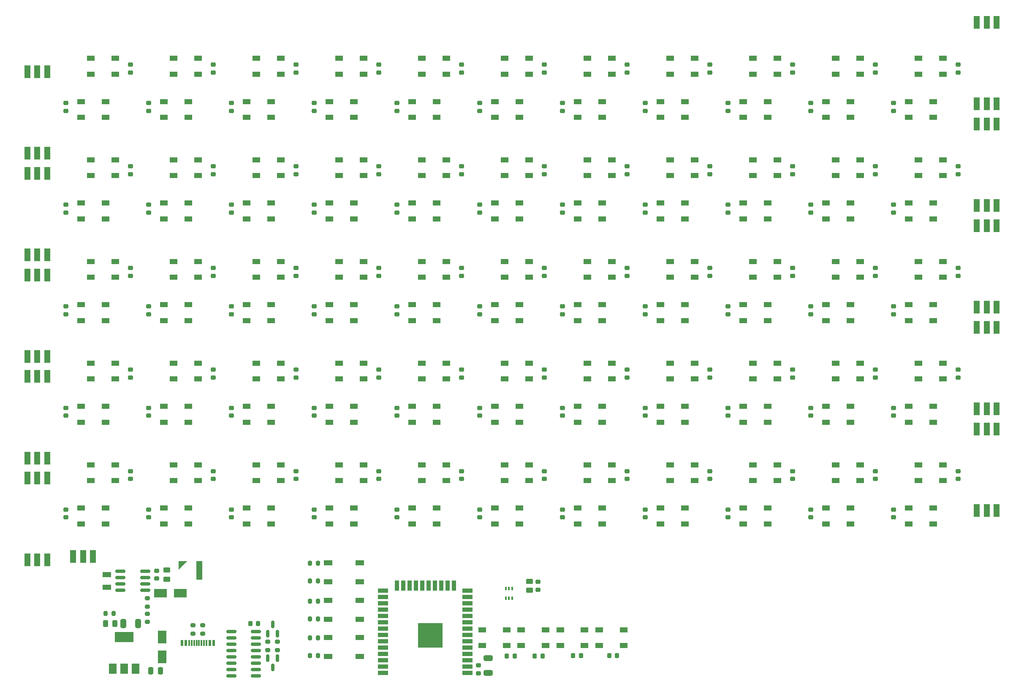
<source format=gtp>
G04 #@! TF.GenerationSoftware,KiCad,Pcbnew,(6.0.2)*
G04 #@! TF.CreationDate,2022-08-31T10:54:29+12:00*
G04 #@! TF.ProjectId,Wordclock,576f7264-636c-46f6-936b-2e6b69636164,2.1*
G04 #@! TF.SameCoordinates,Original*
G04 #@! TF.FileFunction,Paste,Top*
G04 #@! TF.FilePolarity,Positive*
%FSLAX46Y46*%
G04 Gerber Fmt 4.6, Leading zero omitted, Abs format (unit mm)*
G04 Created by KiCad (PCBNEW (6.0.2)) date 2022-08-31 10:54:29*
%MOMM*%
%LPD*%
G01*
G04 APERTURE LIST*
G04 Aperture macros list*
%AMRoundRect*
0 Rectangle with rounded corners*
0 $1 Rounding radius*
0 $2 $3 $4 $5 $6 $7 $8 $9 X,Y pos of 4 corners*
0 Add a 4 corners polygon primitive as box body*
4,1,4,$2,$3,$4,$5,$6,$7,$8,$9,$2,$3,0*
0 Add four circle primitives for the rounded corners*
1,1,$1+$1,$2,$3*
1,1,$1+$1,$4,$5*
1,1,$1+$1,$6,$7*
1,1,$1+$1,$8,$9*
0 Add four rect primitives between the rounded corners*
20,1,$1+$1,$2,$3,$4,$5,0*
20,1,$1+$1,$4,$5,$6,$7,0*
20,1,$1+$1,$6,$7,$8,$9,0*
20,1,$1+$1,$8,$9,$2,$3,0*%
%AMOutline4P*
0 Free polygon, 4 corners , with rotation*
0 The origin of the aperture is its center*
0 number of corners: always 4*
0 $1 to $8 corner X, Y*
0 $9 Rotation angle, in degrees counterclockwise*
0 create outline with 4 corners*
4,1,4,$1,$2,$3,$4,$5,$6,$7,$8,$1,$2,$9*%
G04 Aperture macros list end*
%ADD10RoundRect,0.225000X-0.250000X0.225000X-0.250000X-0.225000X0.250000X-0.225000X0.250000X0.225000X0*%
%ADD11R,1.500000X1.000000*%
%ADD12RoundRect,0.225000X0.250000X-0.225000X0.250000X0.225000X-0.250000X0.225000X-0.250000X-0.225000X0*%
%ADD13RoundRect,0.200000X0.200000X0.275000X-0.200000X0.275000X-0.200000X-0.275000X0.200000X-0.275000X0*%
%ADD14RoundRect,0.200000X-0.275000X0.200000X-0.275000X-0.200000X0.275000X-0.200000X0.275000X0.200000X0*%
%ADD15R,1.800000X1.000000*%
%ADD16R,1.200000X2.500000*%
%ADD17RoundRect,0.150000X-0.825000X-0.150000X0.825000X-0.150000X0.825000X0.150000X-0.825000X0.150000X0*%
%ADD18RoundRect,0.250000X0.450000X-0.262500X0.450000X0.262500X-0.450000X0.262500X-0.450000X-0.262500X0*%
%ADD19RoundRect,0.200000X-0.200000X-0.275000X0.200000X-0.275000X0.200000X0.275000X-0.200000X0.275000X0*%
%ADD20R,1.700000X1.000000*%
%ADD21RoundRect,0.225000X0.225000X0.250000X-0.225000X0.250000X-0.225000X-0.250000X0.225000X-0.250000X0*%
%ADD22RoundRect,0.200000X0.275000X-0.200000X0.275000X0.200000X-0.275000X0.200000X-0.275000X-0.200000X0*%
%ADD23RoundRect,0.243750X-0.243750X-0.456250X0.243750X-0.456250X0.243750X0.456250X-0.243750X0.456250X0*%
%ADD24R,0.400000X0.650000*%
%ADD25R,2.000000X0.900000*%
%ADD26R,0.900000X2.000000*%
%ADD27R,5.000000X5.000000*%
%ADD28R,0.600000X1.160000*%
%ADD29R,0.300000X1.160000*%
%ADD30RoundRect,0.250000X-0.325000X-0.650000X0.325000X-0.650000X0.325000X0.650000X-0.325000X0.650000X0*%
%ADD31RoundRect,0.150000X0.150000X-0.587500X0.150000X0.587500X-0.150000X0.587500X-0.150000X-0.587500X0*%
%ADD32Outline4P,-1.299500X-0.650000X1.299500X-0.650000X0.000500X0.650000X-0.000500X0.650000X45.000000*%
%ADD33R,1.200000X3.700000*%
%ADD34RoundRect,0.150000X-0.150000X0.587500X-0.150000X-0.587500X0.150000X-0.587500X0.150000X0.587500X0*%
%ADD35R,2.500000X1.800000*%
%ADD36R,1.800000X2.500000*%
%ADD37RoundRect,0.225000X-0.225000X-0.250000X0.225000X-0.250000X0.225000X0.250000X-0.225000X0.250000X0*%
%ADD38RoundRect,0.250000X-0.250000X-0.475000X0.250000X-0.475000X0.250000X0.475000X-0.250000X0.475000X0*%
%ADD39RoundRect,0.250000X-0.650000X0.325000X-0.650000X-0.325000X0.650000X-0.325000X0.650000X0.325000X0*%
%ADD40R,1.500000X2.000000*%
%ADD41R,3.800000X2.000000*%
G04 APERTURE END LIST*
D10*
X131975000Y-65075000D03*
X131975000Y-66625000D03*
D11*
X151625000Y-125950000D03*
X151625000Y-129150000D03*
X156525000Y-129150000D03*
X156525000Y-125950000D03*
X201425000Y-125950000D03*
X201425000Y-129150000D03*
X206325000Y-129150000D03*
X206325000Y-125950000D03*
X224875000Y-100050000D03*
X224875000Y-96850000D03*
X219975000Y-96850000D03*
X219975000Y-100050000D03*
D10*
X165175000Y-105875000D03*
X165175000Y-107425000D03*
D12*
X161525000Y-99725000D03*
X161525000Y-98175000D03*
D10*
X181775000Y-126275000D03*
X181775000Y-127825000D03*
D12*
X61925000Y-38525000D03*
X61925000Y-36975000D03*
D13*
X99575000Y-155600000D03*
X97925000Y-155600000D03*
D10*
X65575000Y-65075000D03*
X65575000Y-66625000D03*
D11*
X85225000Y-64750000D03*
X85225000Y-67950000D03*
X90125000Y-67950000D03*
X90125000Y-64750000D03*
D14*
X76450000Y-149475000D03*
X76450000Y-151125000D03*
D11*
X108675000Y-100050000D03*
X108675000Y-96850000D03*
X103775000Y-96850000D03*
X103775000Y-100050000D03*
D10*
X65575000Y-105875000D03*
X65575000Y-107425000D03*
D12*
X67205000Y-140080000D03*
X67205000Y-138530000D03*
D11*
X58875000Y-100050000D03*
X58875000Y-96850000D03*
X53975000Y-96850000D03*
X53975000Y-100050000D03*
D13*
X99575000Y-148200000D03*
X97925000Y-148200000D03*
D11*
X85225000Y-44350000D03*
X85225000Y-47550000D03*
X90125000Y-47550000D03*
X90125000Y-44350000D03*
X224875000Y-120450000D03*
X224875000Y-117250000D03*
X219975000Y-117250000D03*
X219975000Y-120450000D03*
D15*
X57205000Y-141808446D03*
X57205000Y-139308446D03*
D11*
X168225000Y-105550000D03*
X168225000Y-108750000D03*
X173125000Y-108750000D03*
X173125000Y-105550000D03*
D12*
X194725000Y-99725000D03*
X194725000Y-98175000D03*
D11*
X158475000Y-79650000D03*
X158475000Y-76450000D03*
X153575000Y-76450000D03*
X153575000Y-79650000D03*
X52025000Y-125950000D03*
X52025000Y-129150000D03*
X56925000Y-129150000D03*
X56925000Y-125950000D03*
D16*
X235625000Y-44850000D03*
X233625000Y-44850000D03*
X231625000Y-44850000D03*
D10*
X82175000Y-65075000D03*
X82175000Y-66625000D03*
D12*
X194725000Y-38525000D03*
X194725000Y-36975000D03*
D10*
X181775000Y-44675000D03*
X181775000Y-46225000D03*
X48975000Y-105875000D03*
X48975000Y-107425000D03*
D12*
X161525000Y-79325000D03*
X161525000Y-77775000D03*
D11*
X68625000Y-85150000D03*
X68625000Y-88350000D03*
X73525000Y-88350000D03*
X73525000Y-85150000D03*
D12*
X128325000Y-99725000D03*
X128325000Y-98175000D03*
D11*
X68625000Y-105550000D03*
X68625000Y-108750000D03*
X73525000Y-108750000D03*
X73525000Y-105550000D03*
D10*
X48975000Y-85475000D03*
X48975000Y-87025000D03*
D12*
X61925000Y-58925000D03*
X61925000Y-57375000D03*
X95125000Y-79325000D03*
X95125000Y-77775000D03*
D10*
X148575000Y-105875000D03*
X148575000Y-107425000D03*
X214975000Y-85475000D03*
X214975000Y-87025000D03*
D11*
X135025000Y-125950000D03*
X135025000Y-129150000D03*
X139925000Y-129150000D03*
X139925000Y-125950000D03*
D10*
X148575000Y-44675000D03*
X148575000Y-46225000D03*
X214975000Y-44675000D03*
X214975000Y-46225000D03*
D16*
X235625000Y-85650000D03*
X233625000Y-85650000D03*
X231625000Y-85650000D03*
D11*
X224875000Y-79650000D03*
X224875000Y-76450000D03*
X219975000Y-76450000D03*
X219975000Y-79650000D03*
D10*
X148575000Y-85475000D03*
X148575000Y-87025000D03*
D12*
X111725000Y-99725000D03*
X111725000Y-98175000D03*
D11*
X75475000Y-120450000D03*
X75475000Y-117250000D03*
X70575000Y-117250000D03*
X70575000Y-120450000D03*
X208275000Y-100050000D03*
X208275000Y-96850000D03*
X203375000Y-96850000D03*
X203375000Y-100050000D03*
X92075000Y-120450000D03*
X92075000Y-117250000D03*
X87175000Y-117250000D03*
X87175000Y-120450000D03*
D17*
X82175000Y-150755000D03*
X82175000Y-152025000D03*
X82175000Y-153295000D03*
X82175000Y-154565000D03*
X82175000Y-155835000D03*
X82175000Y-157105000D03*
X82175000Y-158375000D03*
X82175000Y-159645000D03*
X87125000Y-159645000D03*
X87125000Y-158375000D03*
X87125000Y-157105000D03*
X87125000Y-155835000D03*
X87125000Y-154565000D03*
X87125000Y-153295000D03*
X87125000Y-152025000D03*
X87125000Y-150755000D03*
D12*
X178125000Y-79325000D03*
X178125000Y-77775000D03*
D10*
X98775000Y-85475000D03*
X98775000Y-87025000D03*
D17*
X59930000Y-138600000D03*
X59930000Y-139870000D03*
X59930000Y-141140000D03*
X59930000Y-142410000D03*
X64880000Y-142410000D03*
X64880000Y-141140000D03*
X64880000Y-139870000D03*
X64880000Y-138600000D03*
D12*
X78525000Y-120125000D03*
X78525000Y-118575000D03*
D11*
X151625000Y-105550000D03*
X151625000Y-108750000D03*
X156525000Y-108750000D03*
X156525000Y-105550000D03*
D18*
X141978965Y-142470946D03*
X141978965Y-140645946D03*
D14*
X91450000Y-152775000D03*
X91450000Y-154425000D03*
D10*
X181775000Y-65075000D03*
X181775000Y-66625000D03*
D19*
X97925000Y-137000000D03*
X99575000Y-137000000D03*
D10*
X198375000Y-85475000D03*
X198375000Y-87025000D03*
D11*
X184825000Y-125950000D03*
X184825000Y-129150000D03*
X189725000Y-129150000D03*
X189725000Y-125950000D03*
X175075000Y-38850000D03*
X175075000Y-35650000D03*
X170175000Y-35650000D03*
X170175000Y-38850000D03*
X168225000Y-64750000D03*
X168225000Y-67950000D03*
X173125000Y-67950000D03*
X173125000Y-64750000D03*
D20*
X107900000Y-144500000D03*
X101600000Y-144500000D03*
X101600000Y-148300000D03*
X107900000Y-148300000D03*
D11*
X108675000Y-79650000D03*
X108675000Y-76450000D03*
X103775000Y-76450000D03*
X103775000Y-79650000D03*
D16*
X41275000Y-79150000D03*
X43275000Y-79150000D03*
X45275000Y-79150000D03*
D11*
X92075000Y-100050000D03*
X92075000Y-96850000D03*
X87175000Y-96850000D03*
X87175000Y-100050000D03*
D12*
X178125000Y-120125000D03*
X178125000Y-118575000D03*
D11*
X218025000Y-44350000D03*
X218025000Y-47550000D03*
X222925000Y-47550000D03*
X222925000Y-44350000D03*
D14*
X74450000Y-149475000D03*
X74450000Y-151125000D03*
D11*
X184825000Y-105550000D03*
X184825000Y-108750000D03*
X189725000Y-108750000D03*
X189725000Y-105550000D03*
D12*
X161525000Y-120125000D03*
X161525000Y-118575000D03*
D11*
X118425000Y-85150000D03*
X118425000Y-88350000D03*
X123325000Y-88350000D03*
X123325000Y-85150000D03*
D19*
X56928965Y-147108446D03*
X58578965Y-147108446D03*
D16*
X41275000Y-99550000D03*
X43275000Y-99550000D03*
X45275000Y-99550000D03*
D10*
X165175000Y-44675000D03*
X165175000Y-46225000D03*
D11*
X75475000Y-100050000D03*
X75475000Y-96850000D03*
X70575000Y-96850000D03*
X70575000Y-100050000D03*
D12*
X178125000Y-99725000D03*
X178125000Y-98175000D03*
D21*
X152253965Y-155558446D03*
X150703965Y-155558446D03*
D11*
X175075000Y-59250000D03*
X175075000Y-56050000D03*
X170175000Y-56050000D03*
X170175000Y-59250000D03*
D16*
X41275000Y-119950000D03*
X43275000Y-119950000D03*
X45275000Y-119950000D03*
X235625000Y-89700000D03*
X233625000Y-89700000D03*
X231625000Y-89700000D03*
D11*
X145203965Y-153558446D03*
X145203965Y-150358446D03*
X140303965Y-150358446D03*
X140303965Y-153558446D03*
D12*
X144925000Y-120125000D03*
X144925000Y-118575000D03*
D11*
X101825000Y-44350000D03*
X101825000Y-47550000D03*
X106725000Y-47550000D03*
X106725000Y-44350000D03*
X58875000Y-59250000D03*
X58875000Y-56050000D03*
X53975000Y-56050000D03*
X53975000Y-59250000D03*
D22*
X89450000Y-154425000D03*
X89450000Y-152775000D03*
D11*
X201425000Y-85150000D03*
X201425000Y-88350000D03*
X206325000Y-88350000D03*
X206325000Y-85150000D03*
X58875000Y-38850000D03*
X58875000Y-35650000D03*
X53975000Y-35650000D03*
X53975000Y-38850000D03*
D12*
X227925000Y-38525000D03*
X227925000Y-36975000D03*
D23*
X56928965Y-149108446D03*
X58803965Y-149108446D03*
D10*
X98775000Y-126275000D03*
X98775000Y-127825000D03*
D11*
X125275000Y-120450000D03*
X125275000Y-117250000D03*
X120375000Y-117250000D03*
X120375000Y-120450000D03*
D24*
X138478965Y-142108446D03*
X137828965Y-142108446D03*
X137178965Y-142108446D03*
X137178965Y-144008446D03*
X137828965Y-144008446D03*
X138478965Y-144008446D03*
D11*
X75475000Y-79650000D03*
X75475000Y-76450000D03*
X70575000Y-76450000D03*
X70575000Y-79650000D03*
X151625000Y-64750000D03*
X151625000Y-67950000D03*
X156525000Y-67950000D03*
X156525000Y-64750000D03*
X168225000Y-85150000D03*
X168225000Y-88350000D03*
X173125000Y-88350000D03*
X173125000Y-85150000D03*
X151625000Y-44350000D03*
X151625000Y-47550000D03*
X156525000Y-47550000D03*
X156525000Y-44350000D03*
D10*
X48975000Y-126275000D03*
X48975000Y-127825000D03*
D11*
X108675000Y-59250000D03*
X108675000Y-56050000D03*
X103775000Y-56050000D03*
X103775000Y-59250000D03*
D12*
X61925000Y-99725000D03*
X61925000Y-98175000D03*
D10*
X131975000Y-126275000D03*
X131975000Y-127825000D03*
D11*
X141875000Y-100050000D03*
X141875000Y-96850000D03*
X136975000Y-96850000D03*
X136975000Y-100050000D03*
D10*
X115375000Y-126275000D03*
X115375000Y-127825000D03*
D11*
X208275000Y-79650000D03*
X208275000Y-76450000D03*
X203375000Y-76450000D03*
X203375000Y-79650000D03*
D10*
X131975000Y-105875000D03*
X131975000Y-107425000D03*
D11*
X85225000Y-85150000D03*
X85225000Y-88350000D03*
X90125000Y-88350000D03*
X90125000Y-85150000D03*
D12*
X161525000Y-38525000D03*
X161525000Y-36975000D03*
D11*
X92075000Y-38850000D03*
X92075000Y-35650000D03*
X87175000Y-35650000D03*
X87175000Y-38850000D03*
D14*
X65350000Y-144075000D03*
X65350000Y-145725000D03*
D11*
X125275000Y-59250000D03*
X125275000Y-56050000D03*
X120375000Y-56050000D03*
X120375000Y-59250000D03*
D10*
X198375000Y-105875000D03*
X198375000Y-107425000D03*
D11*
X68625000Y-125950000D03*
X68625000Y-129150000D03*
X73525000Y-129150000D03*
X73525000Y-125950000D03*
D12*
X144925000Y-79325000D03*
X144925000Y-77775000D03*
X144925000Y-38525000D03*
X144925000Y-36975000D03*
X111725000Y-38525000D03*
X111725000Y-36975000D03*
D11*
X208275000Y-59250000D03*
X208275000Y-56050000D03*
X203375000Y-56050000D03*
X203375000Y-59250000D03*
D16*
X41275000Y-115900000D03*
X43275000Y-115900000D03*
X45275000Y-115900000D03*
D11*
X168225000Y-125950000D03*
X168225000Y-129150000D03*
X173125000Y-129150000D03*
X173125000Y-125950000D03*
D25*
X129550000Y-159000000D03*
X129550000Y-157730000D03*
X129550000Y-156460000D03*
X129550000Y-155190000D03*
X129550000Y-153920000D03*
X129550000Y-152650000D03*
X129550000Y-151380000D03*
X129550000Y-150110000D03*
X129550000Y-148840000D03*
X129550000Y-147570000D03*
X129550000Y-146300000D03*
X129550000Y-145030000D03*
X129550000Y-143760000D03*
X129550000Y-142490000D03*
D26*
X126765000Y-141490000D03*
X125495000Y-141490000D03*
X124225000Y-141490000D03*
X122955000Y-141490000D03*
X121685000Y-141490000D03*
X120415000Y-141490000D03*
X119145000Y-141490000D03*
X117875000Y-141490000D03*
X116605000Y-141490000D03*
X115335000Y-141490000D03*
D25*
X112550000Y-142490000D03*
X112550000Y-143760000D03*
X112550000Y-145030000D03*
X112550000Y-146300000D03*
X112550000Y-147570000D03*
X112550000Y-148840000D03*
X112550000Y-150110000D03*
X112550000Y-151380000D03*
X112550000Y-152650000D03*
X112550000Y-153920000D03*
X112550000Y-155190000D03*
X112550000Y-156460000D03*
X112550000Y-157730000D03*
X112550000Y-159000000D03*
D27*
X122050000Y-151500000D03*
D16*
X50450000Y-135650000D03*
X52450000Y-135650000D03*
X54450000Y-135650000D03*
D11*
X108675000Y-120450000D03*
X108675000Y-117250000D03*
X103775000Y-117250000D03*
X103775000Y-120450000D03*
D10*
X82175000Y-44675000D03*
X82175000Y-46225000D03*
D20*
X101600000Y-151900000D03*
X107900000Y-151900000D03*
X101600000Y-155700000D03*
X107900000Y-155700000D03*
D28*
X72250000Y-153015000D03*
X73050000Y-153015000D03*
D29*
X74200000Y-153015000D03*
X75200000Y-153015000D03*
X75700000Y-153015000D03*
X76700000Y-153015000D03*
D28*
X77850000Y-153015000D03*
X78650000Y-153015000D03*
X78650000Y-153015000D03*
X77850000Y-153015000D03*
D29*
X77200000Y-153015000D03*
X76200000Y-153015000D03*
X74700000Y-153015000D03*
X73700000Y-153015000D03*
D28*
X73050000Y-153015000D03*
X72250000Y-153015000D03*
D11*
X153003965Y-153558446D03*
X153003965Y-150358446D03*
X148103965Y-150358446D03*
X148103965Y-153558446D03*
D16*
X41275000Y-136300000D03*
X43275000Y-136300000D03*
X45275000Y-136300000D03*
X41275000Y-54700000D03*
X43275000Y-54700000D03*
X45275000Y-54700000D03*
D10*
X214975000Y-65075000D03*
X214975000Y-66625000D03*
D12*
X78525000Y-99725000D03*
X78525000Y-98175000D03*
D11*
X175075000Y-120450000D03*
X175075000Y-117250000D03*
X170175000Y-117250000D03*
X170175000Y-120450000D03*
D12*
X95125000Y-38525000D03*
X95125000Y-36975000D03*
X178125000Y-38525000D03*
X178125000Y-36975000D03*
D10*
X148575000Y-65075000D03*
X148575000Y-66625000D03*
D11*
X118425000Y-125950000D03*
X118425000Y-129150000D03*
X123325000Y-129150000D03*
X123325000Y-125950000D03*
D20*
X101600000Y-136900000D03*
X107900000Y-136900000D03*
X107900000Y-140700000D03*
X101600000Y-140700000D03*
D11*
X75475000Y-59250000D03*
X75475000Y-56050000D03*
X70575000Y-56050000D03*
X70575000Y-59250000D03*
D21*
X87525000Y-149100000D03*
X85975000Y-149100000D03*
D11*
X191675000Y-38850000D03*
X191675000Y-35650000D03*
X186775000Y-35650000D03*
X186775000Y-38850000D03*
D10*
X148575000Y-126275000D03*
X148575000Y-127825000D03*
D16*
X235625000Y-110100000D03*
X233625000Y-110100000D03*
X231625000Y-110100000D03*
D10*
X181775000Y-105875000D03*
X181775000Y-107425000D03*
D21*
X159475000Y-155558446D03*
X157925000Y-155558446D03*
D30*
X60528965Y-149108446D03*
X63478965Y-149108446D03*
D12*
X128325000Y-120125000D03*
X128325000Y-118575000D03*
D11*
X101825000Y-85150000D03*
X101825000Y-88350000D03*
X106725000Y-88350000D03*
X106725000Y-85150000D03*
D18*
X69205000Y-140217500D03*
X69205000Y-138392500D03*
D12*
X194725000Y-120125000D03*
X194725000Y-118575000D03*
D31*
X89500000Y-151137500D03*
X91400000Y-151137500D03*
X90450000Y-149262500D03*
D12*
X95125000Y-120125000D03*
X95125000Y-118575000D03*
D10*
X82175000Y-126275000D03*
X82175000Y-127825000D03*
D11*
X125275000Y-79650000D03*
X125275000Y-76450000D03*
X120375000Y-76450000D03*
X120375000Y-79650000D03*
D10*
X98775000Y-105875000D03*
X98775000Y-107425000D03*
D11*
X125275000Y-100050000D03*
X125275000Y-96850000D03*
X120375000Y-96850000D03*
X120375000Y-100050000D03*
X118425000Y-64750000D03*
X118425000Y-67950000D03*
X123325000Y-67950000D03*
X123325000Y-64750000D03*
X218025000Y-105550000D03*
X218025000Y-108750000D03*
X222925000Y-108750000D03*
X222925000Y-105550000D03*
D19*
X97925000Y-144600000D03*
X99575000Y-144600000D03*
D12*
X78525000Y-58925000D03*
X78525000Y-57375000D03*
D11*
X184825000Y-44350000D03*
X184825000Y-47550000D03*
X189725000Y-47550000D03*
X189725000Y-44350000D03*
D10*
X115375000Y-44675000D03*
X115375000Y-46225000D03*
D19*
X97928965Y-152008446D03*
X99578965Y-152008446D03*
D10*
X198375000Y-44675000D03*
X198375000Y-46225000D03*
D32*
X71989590Y-137008446D03*
D33*
X75789590Y-138458446D03*
D16*
X41275000Y-58750000D03*
X43275000Y-58750000D03*
X45275000Y-58750000D03*
D11*
X158475000Y-120450000D03*
X158475000Y-117250000D03*
X153575000Y-117250000D03*
X153575000Y-120450000D03*
D16*
X41275000Y-38350000D03*
X43275000Y-38350000D03*
X45275000Y-38350000D03*
D12*
X161525000Y-58925000D03*
X161525000Y-57375000D03*
D11*
X158475000Y-59250000D03*
X158475000Y-56050000D03*
X153575000Y-56050000D03*
X153575000Y-59250000D03*
D34*
X91400000Y-156062500D03*
X89500000Y-156062500D03*
X90450000Y-157937500D03*
D11*
X68625000Y-44350000D03*
X68625000Y-47550000D03*
X73525000Y-47550000D03*
X73525000Y-44350000D03*
X151625000Y-85150000D03*
X151625000Y-88350000D03*
X156525000Y-88350000D03*
X156525000Y-85150000D03*
D35*
X67978965Y-143058446D03*
X71978965Y-143058446D03*
D11*
X141875000Y-120450000D03*
X141875000Y-117250000D03*
X136975000Y-117250000D03*
X136975000Y-120450000D03*
D13*
X99575000Y-140600000D03*
X97925000Y-140600000D03*
D11*
X75475000Y-38850000D03*
X75475000Y-35650000D03*
X70575000Y-35650000D03*
X70575000Y-38850000D03*
X218025000Y-64750000D03*
X218025000Y-67950000D03*
X222925000Y-67950000D03*
X222925000Y-64750000D03*
D12*
X61925000Y-120125000D03*
X61925000Y-118575000D03*
D11*
X108675000Y-38850000D03*
X108675000Y-35650000D03*
X103775000Y-35650000D03*
X103775000Y-38850000D03*
D10*
X165175000Y-85475000D03*
X165175000Y-87025000D03*
X82175000Y-85475000D03*
X82175000Y-87025000D03*
X181775000Y-85475000D03*
X181775000Y-87025000D03*
D11*
X135025000Y-105550000D03*
X135025000Y-108750000D03*
X139925000Y-108750000D03*
X139925000Y-105550000D03*
X208275000Y-120450000D03*
X208275000Y-117250000D03*
X203375000Y-117250000D03*
X203375000Y-120450000D03*
X92075000Y-79650000D03*
X92075000Y-76450000D03*
X87175000Y-76450000D03*
X87175000Y-79650000D03*
D10*
X48975000Y-65075000D03*
X48975000Y-66625000D03*
X165175000Y-65075000D03*
X165175000Y-66625000D03*
D11*
X158475000Y-100050000D03*
X158475000Y-96850000D03*
X153575000Y-96850000D03*
X153575000Y-100050000D03*
D12*
X95125000Y-99725000D03*
X95125000Y-98175000D03*
D11*
X141875000Y-79650000D03*
X141875000Y-76450000D03*
X136975000Y-76450000D03*
X136975000Y-79650000D03*
D16*
X235625000Y-48900000D03*
X233625000Y-48900000D03*
X231625000Y-48900000D03*
D11*
X201425000Y-64750000D03*
X201425000Y-67950000D03*
X206325000Y-67950000D03*
X206325000Y-64750000D03*
D16*
X235625000Y-106050000D03*
X233625000Y-106050000D03*
X231625000Y-106050000D03*
D11*
X218025000Y-125950000D03*
X218025000Y-129150000D03*
X222925000Y-129150000D03*
X222925000Y-125950000D03*
D10*
X131975000Y-85475000D03*
X131975000Y-87025000D03*
D12*
X178125000Y-58925000D03*
X178125000Y-57375000D03*
D36*
X68328965Y-155808446D03*
X68328965Y-151808446D03*
D12*
X61925000Y-79325000D03*
X61925000Y-77775000D03*
D11*
X118425000Y-105550000D03*
X118425000Y-108750000D03*
X123325000Y-108750000D03*
X123325000Y-105550000D03*
D22*
X65350000Y-148825000D03*
X65350000Y-147175000D03*
D11*
X141875000Y-59250000D03*
X141875000Y-56050000D03*
X136975000Y-56050000D03*
X136975000Y-59250000D03*
D12*
X227925000Y-99725000D03*
X227925000Y-98175000D03*
X144925000Y-58925000D03*
X144925000Y-57375000D03*
D10*
X214975000Y-126275000D03*
X214975000Y-127825000D03*
D11*
X184825000Y-85150000D03*
X184825000Y-88350000D03*
X189725000Y-88350000D03*
X189725000Y-85150000D03*
D12*
X95125000Y-58925000D03*
X95125000Y-57375000D03*
D11*
X184825000Y-64750000D03*
X184825000Y-67950000D03*
X189725000Y-67950000D03*
X189725000Y-64750000D03*
D10*
X131678965Y-157533446D03*
X131678965Y-159083446D03*
D11*
X191675000Y-79650000D03*
X191675000Y-76450000D03*
X186775000Y-76450000D03*
X186775000Y-79650000D03*
X135025000Y-44350000D03*
X135025000Y-47550000D03*
X139925000Y-47550000D03*
X139925000Y-44350000D03*
D10*
X115375000Y-105875000D03*
X115375000Y-107425000D03*
D12*
X227925000Y-120125000D03*
X227925000Y-118575000D03*
D11*
X92075000Y-59250000D03*
X92075000Y-56050000D03*
X87175000Y-56050000D03*
X87175000Y-59250000D03*
D10*
X198375000Y-126275000D03*
X198375000Y-127825000D03*
D21*
X144553965Y-155658446D03*
X143003965Y-155658446D03*
D11*
X58875000Y-120450000D03*
X58875000Y-117250000D03*
X53975000Y-117250000D03*
X53975000Y-120450000D03*
D10*
X98775000Y-44675000D03*
X98775000Y-46225000D03*
X65575000Y-85475000D03*
X65575000Y-87025000D03*
X214975000Y-105875000D03*
X214975000Y-107425000D03*
D16*
X235625000Y-65250000D03*
X233625000Y-65250000D03*
X231625000Y-65250000D03*
D11*
X58875000Y-79650000D03*
X58875000Y-76450000D03*
X53975000Y-76450000D03*
X53975000Y-79650000D03*
X175075000Y-100050000D03*
X175075000Y-96850000D03*
X170175000Y-96850000D03*
X170175000Y-100050000D03*
X101825000Y-105550000D03*
X101825000Y-108750000D03*
X106725000Y-108750000D03*
X106725000Y-105550000D03*
D12*
X211325000Y-120125000D03*
X211325000Y-118575000D03*
D11*
X118425000Y-44350000D03*
X118425000Y-47550000D03*
X123325000Y-47550000D03*
X123325000Y-44350000D03*
D10*
X65575000Y-44675000D03*
X65575000Y-46225000D03*
X115375000Y-65075000D03*
X115375000Y-66625000D03*
D11*
X52025000Y-44350000D03*
X52025000Y-47550000D03*
X56925000Y-47550000D03*
X56925000Y-44350000D03*
D37*
X137403965Y-155658446D03*
X138953965Y-155658446D03*
D11*
X85225000Y-105550000D03*
X85225000Y-108750000D03*
X90125000Y-108750000D03*
X90125000Y-105550000D03*
X160803965Y-153558446D03*
X160803965Y-150358446D03*
X155903965Y-150358446D03*
X155903965Y-153558446D03*
X158475000Y-38850000D03*
X158475000Y-35650000D03*
X153575000Y-35650000D03*
X153575000Y-38850000D03*
D12*
X144925000Y-99725000D03*
X144925000Y-98175000D03*
X143678965Y-142333446D03*
X143678965Y-140783446D03*
X128325000Y-79325000D03*
X128325000Y-77775000D03*
D38*
X66028965Y-158608446D03*
X67928965Y-158608446D03*
D16*
X41275000Y-75100000D03*
X43275000Y-75100000D03*
X45275000Y-75100000D03*
D12*
X211325000Y-38525000D03*
X211325000Y-36975000D03*
D11*
X201425000Y-105550000D03*
X201425000Y-108750000D03*
X206325000Y-108750000D03*
X206325000Y-105550000D03*
D12*
X211325000Y-58925000D03*
X211325000Y-57375000D03*
D10*
X98775000Y-65075000D03*
X98775000Y-66625000D03*
D11*
X141875000Y-38850000D03*
X141875000Y-35650000D03*
X136975000Y-35650000D03*
X136975000Y-38850000D03*
D39*
X133628965Y-156058446D03*
X133628965Y-159008446D03*
D11*
X135025000Y-85150000D03*
X135025000Y-88350000D03*
X139925000Y-88350000D03*
X139925000Y-85150000D03*
X208275000Y-38850000D03*
X208275000Y-35650000D03*
X203375000Y-35650000D03*
X203375000Y-38850000D03*
X52025000Y-85150000D03*
X52025000Y-88350000D03*
X56925000Y-88350000D03*
X56925000Y-85150000D03*
D10*
X65575000Y-126275000D03*
X65575000Y-127825000D03*
D16*
X235625000Y-28500000D03*
X233625000Y-28500000D03*
X231625000Y-28500000D03*
D11*
X191675000Y-120450000D03*
X191675000Y-117250000D03*
X186775000Y-117250000D03*
X186775000Y-120450000D03*
D12*
X227925000Y-58925000D03*
X227925000Y-57375000D03*
D11*
X101825000Y-64750000D03*
X101825000Y-67950000D03*
X106725000Y-67950000D03*
X106725000Y-64750000D03*
D12*
X111725000Y-79325000D03*
X111725000Y-77775000D03*
D11*
X218025000Y-85150000D03*
X218025000Y-88350000D03*
X222925000Y-88350000D03*
X222925000Y-85150000D03*
X135025000Y-64750000D03*
X135025000Y-67950000D03*
X139925000Y-67950000D03*
X139925000Y-64750000D03*
D16*
X235625000Y-126450000D03*
X233625000Y-126450000D03*
X231625000Y-126450000D03*
X41275000Y-95500000D03*
X43275000Y-95500000D03*
X45275000Y-95500000D03*
D12*
X78525000Y-38525000D03*
X78525000Y-36975000D03*
D40*
X58350000Y-158150000D03*
X60650000Y-158150000D03*
D41*
X60650000Y-151850000D03*
D40*
X62950000Y-158150000D03*
D10*
X131975000Y-44675000D03*
X131975000Y-46225000D03*
D11*
X191675000Y-100050000D03*
X191675000Y-96850000D03*
X186775000Y-96850000D03*
X186775000Y-100050000D03*
D10*
X198375000Y-65075000D03*
X198375000Y-66625000D03*
D11*
X191675000Y-59250000D03*
X191675000Y-56050000D03*
X186775000Y-56050000D03*
X186775000Y-59250000D03*
X137403965Y-153558446D03*
X137403965Y-150358446D03*
X132503965Y-150358446D03*
X132503965Y-153558446D03*
D16*
X235625000Y-69300000D03*
X233625000Y-69300000D03*
X231625000Y-69300000D03*
D11*
X224875000Y-59250000D03*
X224875000Y-56050000D03*
X219975000Y-56050000D03*
X219975000Y-59250000D03*
X52025000Y-64750000D03*
X52025000Y-67950000D03*
X56925000Y-67950000D03*
X56925000Y-64750000D03*
X85225000Y-125950000D03*
X85225000Y-129150000D03*
X90125000Y-129150000D03*
X90125000Y-125950000D03*
D10*
X48975000Y-44675000D03*
X48975000Y-46225000D03*
X115375000Y-85475000D03*
X115375000Y-87025000D03*
D11*
X52025000Y-105550000D03*
X52025000Y-108750000D03*
X56925000Y-108750000D03*
X56925000Y-105550000D03*
X68625000Y-64750000D03*
X68625000Y-67950000D03*
X73525000Y-67950000D03*
X73525000Y-64750000D03*
D10*
X82175000Y-105875000D03*
X82175000Y-107425000D03*
D11*
X125275000Y-38850000D03*
X125275000Y-35650000D03*
X120375000Y-35650000D03*
X120375000Y-38850000D03*
D12*
X111725000Y-120125000D03*
X111725000Y-118575000D03*
X78525000Y-79325000D03*
X78525000Y-77775000D03*
X111725000Y-58925000D03*
X111725000Y-57375000D03*
D11*
X175075000Y-79650000D03*
X175075000Y-76450000D03*
X170175000Y-76450000D03*
X170175000Y-79650000D03*
D12*
X211325000Y-99725000D03*
X211325000Y-98175000D03*
D10*
X165175000Y-126275000D03*
X165175000Y-127825000D03*
D11*
X224875000Y-38850000D03*
X224875000Y-35650000D03*
X219975000Y-35650000D03*
X219975000Y-38850000D03*
D12*
X194725000Y-58925000D03*
X194725000Y-57375000D03*
D11*
X168225000Y-44350000D03*
X168225000Y-47550000D03*
X173125000Y-47550000D03*
X173125000Y-44350000D03*
D12*
X194725000Y-79325000D03*
X194725000Y-77775000D03*
X128325000Y-58925000D03*
X128325000Y-57375000D03*
X227925000Y-79325000D03*
X227925000Y-77775000D03*
X211325000Y-79325000D03*
X211325000Y-77775000D03*
D11*
X101825000Y-125950000D03*
X101825000Y-129150000D03*
X106725000Y-129150000D03*
X106725000Y-125950000D03*
D12*
X128325000Y-38525000D03*
X128325000Y-36975000D03*
D11*
X201425000Y-44350000D03*
X201425000Y-47550000D03*
X206325000Y-47550000D03*
X206325000Y-44350000D03*
M02*

</source>
